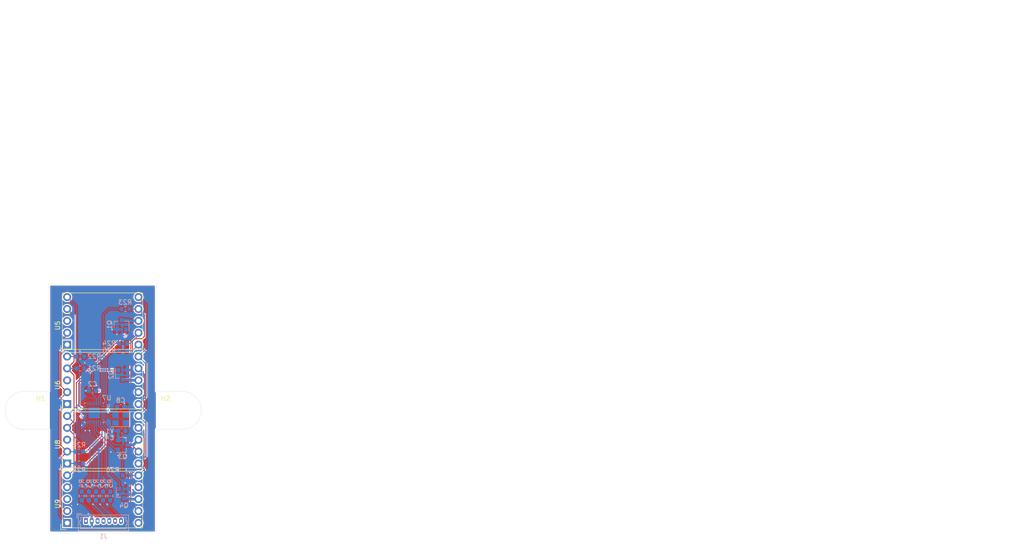
<source format=kicad_pcb>
(kicad_pcb (version 20171130) (host pcbnew 5.1.9-73d0e3b20d~88~ubuntu20.04.1)
  (title_block (title "4 X 7 segment SPI display") (date 2021-03-05) (rev A))
  (layers (0 F.Cu signal) (1 In1.Cu signal) (2 In2.Cu signal) (31 B.Cu signal) (34 B.Paste user) (35 F.Paste user) (36 B.SilkS user) (37 F.SilkS user) (38 B.Mask user) (39 F.Mask user) (44 Edge.Cuts user))
  (net 0 "")
  (net 1 GND)
  (net 2 VBAT)
  (net 3 "Net-(Q2-Pad3)")
  (net 4 "Net-(Q3-Pad3)")
  (net 5 "Net-(Q4-Pad3)")
  (net 6 "Net-(R21-Pad1)")
  (net 7 "Net-(R22-Pad1)")
  (net 8 "Net-(R23-Pad1)")
  (net 9 "Net-(R24-Pad1)")
  (net 10 "Net-(R25-Pad1)")
  (net 11 "Net-(R26-Pad1)")
  (net 12 "Net-(R27-Pad1)")
  (net 13 "Net-(U5-Pad3)")
  (net 14 "Net-(U8-Pad3)")
  (net 15 "Net-(R28-Pad1)")
  (net 16 "Net-(U6-Pad3)")
  (net 17 "Net-(U9-Pad3)")
  (net 18 "Net-(U7-Pad24)")
  (net 19 "Net-(U7-Pad23)")
  (net 20 AVR_ICSP_MISO)
  (net 21 AVR_ICSP_MOSI)
  (net 22 AVR_ICSP_SCK)
  (net 23 AVR_ICSP_nRST)
  (net 24 "Net-(U7-Pad22)")
  (net 25 "Net-(U7-Pad21)")
  (net 26 "Net-(Y1-Pad4)")
  (net 27 "Net-(Y1-Pad2)")
  (net 28 /display_en0)
  (net 29 /display_en1)
  (net 30 /segment_a)
  (net 31 /segment_b)
  (net 32 /segment_c)
  (net 33 /segment_d)
  (net 34 /segment_e)
  (net 35 /decimal_point)
  (net 36 /segment_g)
  (net 37 /segment_f)
  (net 38 /display_en2)
  (net 39 /display_en3)
  (net 40 /XTAL2)
  (net 41 /XTAL1)
  (net 42 "Net-(J1-Pad7)")
  (net 43 "Net-(J1-Pad6)")
  (net 44 "Net-(J1-Pad5)")
  (net 45 "Net-(J1-Pad4)")
  (net 46 "Net-(J1-Pad3)")
  (net 47 SPI_NSS)
  (net 48 "Net-(Q1-Pad3)")
  (module MountingHole:MountingHole_2.7mm (layer F.Cu) (at 145.1983 101.429)
    (fp_text reference H2 (at -3.5236 -2.54) (layer F.SilkS))
    (fp_text value MountingHole)
    (pad 1 np_thru_hole circle (at 0 0) (size 2.7 2.7) (drill 2.7) (layers *.Cu *.Mask))
  )
  (module MountingHole:MountingHole_2.7mm (layer F.Cu) (at 111.4487 101.429)
    (fp_text reference H1 (at 3.556 -2.54) (layer F.SilkS))
    (fp_text value MountingHole)
    (pad 1 np_thru_hole circle (at 0 0) (size 2.7 2.7) (drill 2.7) (layers *.Cu *.Mask))
  )
  (module Display_Kingbright:SC56-11GWA (layer F.Cu) (at 120.65 100.076 90)
    (fp_text reference U6 (at 4.064 -2.032 90) (layer F.SilkS))
    (fp_text value SC56-11GWA)
    (pad 10 thru_hole circle (at 0 15.24 180) (size 1.7 1.7) (drill 1) (layers *.Cu *.Mask) (net 34 /segment_e))
    (pad 9 thru_hole circle (at 2.54 15.24 180) (size 1.7 1.7) (drill 1) (layers *.Cu *.Mask) (net 33 /segment_d))
    (pad 8 thru_hole circle (at 5.08 15.24 180) (size 1.7 1.7) (drill 1) (layers *.Cu *.Mask) (net 3 "Net-(Q2-Pad3)"))
    (pad 7 thru_hole circle (at 7.62 15.24 180) (size 1.7 1.7) (drill 1) (layers *.Cu *.Mask) (net 32 /segment_c))
    (pad 6 thru_hole circle (at 10.16 15.24 180) (size 1.7 1.7) (drill 1) (layers *.Cu *.Mask) (net 35 /decimal_point))
    (pad 5 thru_hole circle (at 10.16 0 180) (size 1.7 1.7) (drill 1) (layers *.Cu *.Mask) (net 31 /segment_b))
    (pad 4 thru_hole circle (at 7.62 0 180) (size 1.7 1.7) (drill 1) (layers *.Cu *.Mask) (net 30 /segment_a))
    (pad 3 thru_hole circle (at 5.08 0 180) (size 1.7 1.7) (drill 1) (layers *.Cu *.Mask) (net 16 "Net-(U6-Pad3)"))
    (pad 2 thru_hole circle (at 2.54 0 180) (size 1.7 1.7) (drill 1) (layers *.Cu *.Mask) (net 37 /segment_f))
    (pad 1 thru_hole rect (at 0 0 180) (size 1.7 1.7) (drill 1) (layers *.Cu *.Mask) (net 36 /segment_g))
  )
  (module Package_TO_SOT_SMD:SOT-23 (layer B.Cu) (at 132.7847 119.209 270)
    (fp_text reference Q4 (at 2.54 0 180) (layer B.SilkS) (effects (justify mirror)))
    (fp_text value BSS316N)
    (pad 3 smd rect (at 1 0 270) (size 0.9 0.8) (layers B.Cu B.Paste B.Mask) (net 5 "Net-(Q4-Pad3)"))
    (pad 2 smd rect (at -1 -0.95 270) (size 0.9 0.8) (layers B.Cu B.Paste B.Mask) (net 1 GND))
    (pad 1 smd rect (at -1 0.95 270) (size 0.9 0.8) (layers B.Cu B.Paste B.Mask) (net 39 /display_en3))
  )
  (module Package_TO_SOT_SMD:SOT-23 (layer B.Cu) (at 132.5307 108.795)
    (fp_text reference Q3 (at 0 2.5) (layer B.SilkS) (effects (justify mirror)))
    (fp_text value BSS316N)
    (pad 3 smd rect (at 1 0) (size 0.9 0.8) (layers B.Cu B.Paste B.Mask) (net 4 "Net-(Q3-Pad3)"))
    (pad 2 smd rect (at -1 -0.95) (size 0.9 0.8) (layers B.Cu B.Paste B.Mask) (net 1 GND))
    (pad 1 smd rect (at -1 0.95) (size 0.9 0.8) (layers B.Cu B.Paste B.Mask) (net 38 /display_en2))
  )
  (module Package_TO_SOT_SMD:SOT-23 (layer B.Cu) (at 132.5307 93.809 270)
    (fp_text reference Q2 (at 0 2.5 90) (layer B.SilkS) (effects (justify mirror)))
    (fp_text value BSS316N)
    (pad 3 smd rect (at 1 0 270) (size 0.9 0.8) (layers B.Cu B.Paste B.Mask) (net 3 "Net-(Q2-Pad3)"))
    (pad 2 smd rect (at -1 -0.95 270) (size 0.9 0.8) (layers B.Cu B.Paste B.Mask) (net 1 GND))
    (pad 1 smd rect (at -1 0.95 270) (size 0.9 0.8) (layers B.Cu B.Paste B.Mask) (net 29 /display_en1))
  )
  (module Package_TO_SOT_SMD:SOT-23 (layer B.Cu) (at 132.2767 83.141 90)
    (fp_text reference Q1 (at 0 -2.54 90) (layer B.SilkS) (effects (justify mirror)))
    (fp_text value BSS316N)
    (pad 3 smd rect (at 1 0 90) (size 0.9 0.8) (layers B.Cu B.Paste B.Mask) (net 48 "Net-(Q1-Pad3)"))
    (pad 2 smd rect (at -1 -0.95 90) (size 0.9 0.8) (layers B.Cu B.Paste B.Mask) (net 1 GND))
    (pad 1 smd rect (at -1 0.95 90) (size 0.9 0.8) (layers B.Cu B.Paste B.Mask) (net 28 /display_en0))
  )
  (module Display_Kingbright:SC56-11GWA (layer F.Cu) (at 120.65 112.776 90)
    (fp_text reference U8 (at 4.064 -2.032 90) (layer F.SilkS))
    (fp_text value SC56-11GWA)
    (pad 10 thru_hole circle (at 0 15.24 180) (size 1.7 1.7) (drill 1) (layers *.Cu *.Mask) (net 34 /segment_e))
    (pad 9 thru_hole circle (at 2.54 15.24 180) (size 1.7 1.7) (drill 1) (layers *.Cu *.Mask) (net 33 /segment_d))
    (pad 8 thru_hole circle (at 5.08 15.24 180) (size 1.7 1.7) (drill 1) (layers *.Cu *.Mask) (net 4 "Net-(Q3-Pad3)"))
    (pad 7 thru_hole circle (at 7.62 15.24 180) (size 1.7 1.7) (drill 1) (layers *.Cu *.Mask) (net 32 /segment_c))
    (pad 6 thru_hole circle (at 10.16 15.24 180) (size 1.7 1.7) (drill 1) (layers *.Cu *.Mask) (net 35 /decimal_point))
    (pad 5 thru_hole circle (at 10.16 0 180) (size 1.7 1.7) (drill 1) (layers *.Cu *.Mask) (net 31 /segment_b))
    (pad 4 thru_hole circle (at 7.62 0 180) (size 1.7 1.7) (drill 1) (layers *.Cu *.Mask) (net 30 /segment_a))
    (pad 3 thru_hole circle (at 5.08 0 180) (size 1.7 1.7) (drill 1) (layers *.Cu *.Mask) (net 14 "Net-(U8-Pad3)"))
    (pad 2 thru_hole circle (at 2.54 0 180) (size 1.7 1.7) (drill 1) (layers *.Cu *.Mask) (net 37 /segment_f))
    (pad 1 thru_hole rect (at 0 0 180) (size 1.7 1.7) (drill 1) (layers *.Cu *.Mask) (net 36 /segment_g))
  )
  (module Display_Kingbright:SC56-11GWA (layer F.Cu) (at 120.65 125.476 90)
    (fp_text reference U9 (at 4.064 -2.032 90) (layer F.SilkS))
    (fp_text value SC56-11GWA)
    (pad 10 thru_hole circle (at 0 15.24 180) (size 1.7 1.7) (drill 1) (layers *.Cu *.Mask) (net 34 /segment_e))
    (pad 9 thru_hole circle (at 2.54 15.24 180) (size 1.7 1.7) (drill 1) (layers *.Cu *.Mask) (net 33 /segment_d))
    (pad 8 thru_hole circle (at 5.08 15.24 180) (size 1.7 1.7) (drill 1) (layers *.Cu *.Mask) (net 5 "Net-(Q4-Pad3)"))
    (pad 7 thru_hole circle (at 7.62 15.24 180) (size 1.7 1.7) (drill 1) (layers *.Cu *.Mask) (net 32 /segment_c))
    (pad 6 thru_hole circle (at 10.16 15.24 180) (size 1.7 1.7) (drill 1) (layers *.Cu *.Mask) (net 35 /decimal_point))
    (pad 5 thru_hole circle (at 10.16 0 180) (size 1.7 1.7) (drill 1) (layers *.Cu *.Mask) (net 31 /segment_b))
    (pad 4 thru_hole circle (at 7.62 0 180) (size 1.7 1.7) (drill 1) (layers *.Cu *.Mask) (net 30 /segment_a))
    (pad 3 thru_hole circle (at 5.08 0 180) (size 1.7 1.7) (drill 1) (layers *.Cu *.Mask) (net 17 "Net-(U9-Pad3)"))
    (pad 2 thru_hole circle (at 2.54 0 180) (size 1.7 1.7) (drill 1) (layers *.Cu *.Mask) (net 37 /segment_f))
    (pad 1 thru_hole rect (at 0 0 180) (size 1.7 1.7) (drill 1) (layers *.Cu *.Mask) (net 36 /segment_g))
  )
  (module Display_Kingbright:SC56-11GWA (layer F.Cu) (at 120.65 87.376 90)
    (fp_text reference U5 (at 4.064 -2.032 90) (layer F.SilkS))
    (fp_text value SC56-11GWA)
    (pad 10 thru_hole circle (at 0 15.24 180) (size 1.7 1.7) (drill 1) (layers *.Cu *.Mask) (net 34 /segment_e))
    (pad 9 thru_hole circle (at 2.54 15.24 180) (size 1.7 1.7) (drill 1) (layers *.Cu *.Mask) (net 33 /segment_d))
    (pad 8 thru_hole circle (at 5.08 15.24 180) (size 1.7 1.7) (drill 1) (layers *.Cu *.Mask) (net 48 "Net-(Q1-Pad3)"))
    (pad 7 thru_hole circle (at 7.62 15.24 180) (size 1.7 1.7) (drill 1) (layers *.Cu *.Mask) (net 32 /segment_c))
    (pad 6 thru_hole circle (at 10.16 15.24 180) (size 1.7 1.7) (drill 1) (layers *.Cu *.Mask) (net 35 /decimal_point))
    (pad 5 thru_hole circle (at 10.16 0 180) (size 1.7 1.7) (drill 1) (layers *.Cu *.Mask) (net 31 /segment_b))
    (pad 4 thru_hole circle (at 7.62 0 180) (size 1.7 1.7) (drill 1) (layers *.Cu *.Mask) (net 30 /segment_a))
    (pad 3 thru_hole circle (at 5.08 0 180) (size 1.7 1.7) (drill 1) (layers *.Cu *.Mask) (net 13 "Net-(U5-Pad3)"))
    (pad 2 thru_hole circle (at 2.54 0 180) (size 1.7 1.7) (drill 1) (layers *.Cu *.Mask) (net 37 /segment_f))
    (pad 1 thru_hole rect (at 0 0 180) (size 1.7 1.7) (drill 1) (layers *.Cu *.Mask) (net 36 /segment_g))
  )
  (module Resistor_SMD:R_0603_1608Metric_Pad0.98x0.95mm_HandSolder (layer B.Cu) (at 129.8637 119.717 270)
    (fp_text reference R5 (at -2.667 0 90) (layer B.SilkS) (effects (justify mirror)))
    (fp_text value 100)
    (pad 2 smd roundrect (at 0.9125 0 270) (size 0.975 0.95) (layers B.Cu B.Paste B.Mask) (net 42 "Net-(J1-Pad7)"))
    (pad 1 smd roundrect (at -0.9125 0 270) (size 0.975 0.95) (layers B.Cu B.Paste B.Mask) (net 47 SPI_NSS))
  )
  (module Connector_Molex:Molex_PicoBlade_53047-0710_1x07_P1.25mm_Vertical (layer B.Cu) (at 124.6567 125.051)
    (fp_text reference J1 (at 3.75 3.25) (layer B.SilkS) (effects (justify mirror)))
    (fp_text value Conn_01x07_Female)
    (pad 7 thru_hole oval (at 7.5 0) (size 0.8 1.3) (drill 0.5) (layers *.Cu *.Mask) (net 42 "Net-(J1-Pad7)"))
    (pad 6 thru_hole oval (at 6.25 0) (size 0.8 1.3) (drill 0.5) (layers *.Cu *.Mask) (net 43 "Net-(J1-Pad6)"))
    (pad 5 thru_hole oval (at 5 0) (size 0.8 1.3) (drill 0.5) (layers *.Cu *.Mask) (net 44 "Net-(J1-Pad5)"))
    (pad 4 thru_hole oval (at 3.75 0) (size 0.8 1.3) (drill 0.5) (layers *.Cu *.Mask) (net 45 "Net-(J1-Pad4)"))
    (pad 3 thru_hole oval (at 2.5 0) (size 0.8 1.3) (drill 0.5) (layers *.Cu *.Mask) (net 46 "Net-(J1-Pad3)"))
    (pad 2 thru_hole oval (at 1.25 0) (size 0.8 1.3) (drill 0.5) (layers *.Cu *.Mask) (net 1 GND))
    (pad 1 thru_hole roundrect (at 0 0) (size 0.8 1.3) (drill 0.5) (layers *.Cu *.Mask) (net 2 VBAT))
  )
  (module Crystal:Crystal_SMD_3225-4Pin_3.2x2.5mm (layer B.Cu) (at 132.08 103.251 180)
    (fp_text reference Y1 (at 2.3433 -2.623) (layer B.SilkS) (effects (justify mirror)))
    (fp_text value Crystal_GND24)
    (pad 4 smd rect (at -1.1 0.85 180) (size 1.4 1.2) (layers B.Cu B.Paste B.Mask) (net 26 "Net-(Y1-Pad4)"))
    (pad 3 smd rect (at 1.1 0.85 180) (size 1.4 1.2) (layers B.Cu B.Paste B.Mask) (net 41 /XTAL1))
    (pad 2 smd rect (at 1.1 -0.85 180) (size 1.4 1.2) (layers B.Cu B.Paste B.Mask) (net 27 "Net-(Y1-Pad2)"))
    (pad 1 smd rect (at -1.1 -0.85 180) (size 1.4 1.2) (layers B.Cu B.Paste B.Mask) (net 40 /XTAL2))
  )
  (module Package_DFN_QFN:QFN-28-1EP_4x4mm_P0.45mm_EP2.4x2.4mm (layer B.Cu) (at 126.4347 101.937 180)
    (fp_text reference U7 (at -2.667 3.175) (layer B.SilkS) (effects (justify mirror)))
    (fp_text value ATmega48P-20MMHR)
    (pad 29 smd rect (at 0 0 180) (size 2.4 2.4) (layers B.Cu B.Mask) (net 1 GND))
    (pad 28 smd custom (at -1.35 1.95 180) (size 0.179289 0.179289) (layers B.Cu B.Paste B.Mask) (net 8 "Net-(R23-Pad1)") (options (clearance outline) (anchor circle)) (primitives (gr_poly (pts (xy -0.0625 0.3375) (xy 0.0625 0.3375) (xy 0.0625 -0.3375) (xy 0.000888 -0.3375) (xy -0.0625 -0.274112)) (width 0.125))))
    (pad 27 smd roundrect (at -0.9 1.95 180) (size 0.25 0.8) (layers B.Cu B.Paste B.Mask) (net 7 "Net-(R22-Pad1)"))
    (pad 26 smd roundrect (at -0.45 1.95 180) (size 0.25 0.8) (layers B.Cu B.Paste B.Mask) (net 6 "Net-(R21-Pad1)"))
    (pad 25 smd roundrect (at 0 1.95 180) (size 0.25 0.8) (layers B.Cu B.Paste B.Mask) (net 23 AVR_ICSP_nRST))
    (pad 24 smd roundrect (at 0.45 1.95 180) (size 0.25 0.8) (layers B.Cu B.Paste B.Mask) (net 18 "Net-(U7-Pad24)"))
    (pad 23 smd roundrect (at 0.9 1.95 180) (size 0.25 0.8) (layers B.Cu B.Paste B.Mask) (net 19 "Net-(U7-Pad23)"))
    (pad 22 smd custom (at 1.35 1.95 180) (size 0.179289 0.179289) (layers B.Cu B.Paste B.Mask) (net 24 "Net-(U7-Pad22)") (options (clearance outline) (anchor circle)) (primitives (gr_poly (pts (xy -0.0625 0.3375) (xy 0.0625 0.3375) (xy 0.0625 -0.274112) (xy -0.000888 -0.3375) (xy -0.0625 -0.3375)) (width 0.125))))
    (pad 21 smd custom (at 1.95 1.35 180) (size 0.179289 0.179289) (layers B.Cu B.Paste B.Mask) (net 25 "Net-(U7-Pad21)") (options (clearance outline) (anchor circle)) (primitives (gr_poly (pts (xy -0.3375 -0.000888) (xy -0.274112 0.0625) (xy 0.3375 0.0625) (xy 0.3375 -0.0625) (xy -0.3375 -0.0625)) (width 0.125))))
    (pad 20 smd roundrect (at 1.95 0.9 180) (size 0.8 0.25) (layers B.Cu B.Paste B.Mask) (net 29 /display_en1))
    (pad 19 smd roundrect (at 1.95 0.45 180) (size 0.8 0.25) (layers B.Cu B.Paste B.Mask) (net 28 /display_en0))
    (pad 18 smd roundrect (at 1.95 0 180) (size 0.8 0.25) (layers B.Cu B.Paste B.Mask) (net 1 GND))
    (pad 17 smd roundrect (at 1.95 -0.45 180) (size 0.8 0.25) (layers B.Cu B.Paste B.Mask) (net 2 VBAT))
    (pad 16 smd roundrect (at 1.95 -0.9 180) (size 0.8 0.25) (layers B.Cu B.Paste B.Mask) (net 2 VBAT))
    (pad 15 smd custom (at 1.95 -1.35 180) (size 0.179289 0.179289) (layers B.Cu B.Paste B.Mask) (net 22 AVR_ICSP_SCK) (options (clearance outline) (anchor circle)) (primitives (gr_poly (pts (xy -0.3375 0.0625) (xy 0.3375 0.0625) (xy 0.3375 -0.0625) (xy -0.274112 -0.0625) (xy -0.3375 0.000888)) (width 0.125))))
    (pad 14 smd custom (at 1.35 -1.95 180) (size 0.179289 0.179289) (layers B.Cu B.Paste B.Mask) (net 20 AVR_ICSP_MISO) (options (clearance outline) (anchor circle)) (primitives (gr_poly (pts (xy -0.0625 0.3375) (xy -0.000888 0.3375) (xy 0.0625 0.274112) (xy 0.0625 -0.3375) (xy -0.0625 -0.3375)) (width 0.125))))
    (pad 13 smd roundrect (at 0.9 -1.95 180) (size 0.25 0.8) (layers B.Cu B.Paste B.Mask) (net 21 AVR_ICSP_MOSI))
    (pad 12 smd roundrect (at 0.45 -1.95 180) (size 0.25 0.8) (layers B.Cu B.Paste B.Mask) (net 47 SPI_NSS))
    (pad 11 smd roundrect (at 0 -1.95 180) (size 0.25 0.8) (layers B.Cu B.Paste B.Mask) (net 39 /display_en3))
    (pad 10 smd roundrect (at -0.45 -1.95 180) (size 0.25 0.8) (layers B.Cu B.Paste B.Mask) (net 38 /display_en2))
    (pad 9 smd roundrect (at -0.9 -1.95 180) (size 0.25 0.8) (layers B.Cu B.Paste B.Mask) (net 15 "Net-(R28-Pad1)"))
    (pad 8 smd custom (at -1.35 -1.95 180) (size 0.179289 0.179289) (layers B.Cu B.Paste B.Mask) (net 12 "Net-(R27-Pad1)") (options (clearance outline) (anchor circle)) (primitives (gr_poly (pts (xy -0.0625 0.274112) (xy 0.000888 0.3375) (xy 0.0625 0.3375) (xy 0.0625 -0.3375) (xy -0.0625 -0.3375)) (width 0.125))))
    (pad 7 smd custom (at -1.95 -1.35 180) (size 0.179289 0.179289) (layers B.Cu B.Paste B.Mask) (net 11 "Net-(R26-Pad1)") (options (clearance outline) (anchor circle)) (primitives (gr_poly (pts (xy -0.3375 0.0625) (xy 0.3375 0.0625) (xy 0.3375 0.000888) (xy 0.274112 -0.0625) (xy -0.3375 -0.0625)) (width 0.125))))
    (pad 6 smd roundrect (at -1.95 -0.9 180) (size 0.8 0.25) (layers B.Cu B.Paste B.Mask) (net 40 /XTAL2))
    (pad 5 smd roundrect (at -1.95 -0.45 180) (size 0.8 0.25) (layers B.Cu B.Paste B.Mask) (net 41 /XTAL1))
    (pad 4 smd roundrect (at -1.95 0 180) (size 0.8 0.25) (layers B.Cu B.Paste B.Mask) (net 1 GND))
    (pad 3 smd roundrect (at -1.95 0.45 180) (size 0.8 0.25) (layers B.Cu B.Paste B.Mask) (net 2 VBAT))
    (pad 2 smd roundrect (at -1.95 0.9 180) (size 0.8 0.25) (layers B.Cu B.Paste B.Mask) (net 10 "Net-(R25-Pad1)"))
    (pad 1 smd custom (at -1.95 1.35 180) (size 0.179289 0.179289) (layers B.Cu B.Paste B.Mask) (net 9 "Net-(R24-Pad1)") (options (clearance outline) (anchor circle)) (primitives (gr_poly (pts (xy -0.3375 0.0625) (xy 0.274112 0.0625) (xy 0.3375 -0.000888) (xy 0.3375 -0.0625) (xy -0.3375 -0.0625)) (width 0.125))))
  )
  (module Resistor_SMD:R_0603_1608Metric (layer B.Cu) (at 123.19 110.236 180)
    (fp_text reference R28 (at 0 1.43) (layer B.SilkS) (effects (justify mirror)))
    (fp_text value 220)
    (pad 2 smd roundrect (at 0.825 0 180) (size 0.8 0.95) (layers B.Cu B.Paste B.Mask) (net 37 /segment_f))
    (pad 1 smd roundrect (at -0.825 0 180) (size 0.8 0.95) (layers B.Cu B.Paste B.Mask) (net 15 "Net-(R28-Pad1)"))
  )
  (module Resistor_SMD:R_0603_1608Metric (layer B.Cu) (at 123.19 112.776 180)
    (fp_text reference R27 (at 0 -1.353) (layer B.SilkS) (effects (justify mirror)))
    (fp_text value 220)
    (pad 2 smd roundrect (at 0.825 0 180) (size 0.8 0.95) (layers B.Cu B.Paste B.Mask) (net 36 /segment_g))
    (pad 1 smd roundrect (at -0.825 0 180) (size 0.8 0.95) (layers B.Cu B.Paste B.Mask) (net 12 "Net-(R27-Pad1)"))
  )
  (module Resistor_SMD:R_0603_1608Metric (layer B.Cu) (at 133.35 115.316)
    (fp_text reference R26 (at -2.9783 -1.187) (layer B.SilkS) (effects (justify mirror)))
    (fp_text value 220)
    (pad 2 smd roundrect (at 0.825 0) (size 0.8 0.95) (layers B.Cu B.Paste B.Mask) (net 35 /decimal_point))
    (pad 1 smd roundrect (at -0.825 0) (size 0.8 0.95) (layers B.Cu B.Paste B.Mask) (net 11 "Net-(R26-Pad1)"))
  )
  (module Resistor_SMD:R_0603_1608Metric (layer B.Cu) (at 132.588 88.646)
    (fp_text reference R25 (at -2.9783 -0.044) (layer B.SilkS) (effects (justify mirror)))
    (fp_text value 220)
    (pad 2 smd roundrect (at 0.825 0) (size 0.8 0.95) (layers B.Cu B.Paste B.Mask) (net 34 /segment_e))
    (pad 1 smd roundrect (at -0.825 0) (size 0.8 0.95) (layers B.Cu B.Paste B.Mask) (net 10 "Net-(R25-Pad1)"))
  )
  (module Resistor_SMD:R_0603_1608Metric (layer B.Cu) (at 132.588 87.122)
    (fp_text reference R24 (at -2.9783 -0.044) (layer B.SilkS) (effects (justify mirror)))
    (fp_text value 220)
    (pad 2 smd roundrect (at 0.825 0) (size 0.8 0.95) (layers B.Cu B.Paste B.Mask) (net 33 /segment_d))
    (pad 1 smd roundrect (at -0.825 0) (size 0.8 0.95) (layers B.Cu B.Paste B.Mask) (net 9 "Net-(R24-Pad1)"))
  )
  (module Resistor_SMD:R_0603_1608Metric (layer B.Cu) (at 133.096 79.756)
    (fp_text reference R23 (at -0.0573 -1.441) (layer B.SilkS) (effects (justify mirror)))
    (fp_text value 220)
    (pad 2 smd roundrect (at 0.825 0) (size 0.8 0.95) (layers B.Cu B.Paste B.Mask) (net 32 /segment_c))
    (pad 1 smd roundrect (at -0.825 0) (size 0.8 0.95) (layers B.Cu B.Paste B.Mask) (net 8 "Net-(R23-Pad1)"))
  )
  (module Resistor_SMD:R_0603_1608Metric (layer B.Cu) (at 123.444 89.916 180)
    (fp_text reference R22 (at -2.9907 0.044) (layer B.SilkS) (effects (justify mirror)))
    (fp_text value 220)
    (pad 2 smd roundrect (at 0.825 0 180) (size 0.8 0.95) (layers B.Cu B.Paste B.Mask) (net 31 /segment_b))
    (pad 1 smd roundrect (at -0.825 0 180) (size 0.8 0.95) (layers B.Cu B.Paste B.Mask) (net 7 "Net-(R22-Pad1)"))
  )
  (module Resistor_SMD:R_0603_1608Metric (layer B.Cu) (at 123.444 92.456 180)
    (fp_text reference R21 (at -2.9907 0.044) (layer B.SilkS) (effects (justify mirror)))
    (fp_text value 220)
    (pad 2 smd roundrect (at 0.825 0 180) (size 0.8 0.95) (layers B.Cu B.Paste B.Mask) (net 30 /segment_a))
    (pad 1 smd roundrect (at -0.825 0 180) (size 0.8 0.95) (layers B.Cu B.Paste B.Mask) (net 6 "Net-(R21-Pad1)"))
  )
  (module Resistor_SMD:R_0603_1608Metric_Pad0.98x0.95mm_HandSolder (layer B.Cu) (at 123.7677 119.717 270)
    (fp_text reference R4 (at -2.667 0 90) (layer B.SilkS) (effects (justify mirror)))
    (fp_text value 100)
    (pad 2 smd roundrect (at 0.9125 0 270) (size 0.975 0.95) (layers B.Cu B.Paste B.Mask) (net 46 "Net-(J1-Pad3)"))
    (pad 1 smd roundrect (at -0.9125 0 270) (size 0.975 0.95) (layers B.Cu B.Paste B.Mask) (net 23 AVR_ICSP_nRST))
  )
  (module Resistor_SMD:R_0603_1608Metric_Pad0.98x0.95mm_HandSolder (layer B.Cu) (at 125.2917 119.717 270)
    (fp_text reference R3 (at -2.667 -0.127 90) (layer B.SilkS) (effects (justify mirror)))
    (fp_text value 100)
    (pad 2 smd roundrect (at 0.9125 0 270) (size 0.975 0.95) (layers B.Cu B.Paste B.Mask) (net 45 "Net-(J1-Pad4)"))
    (pad 1 smd roundrect (at -0.9125 0 270) (size 0.975 0.95) (layers B.Cu B.Paste B.Mask) (net 22 AVR_ICSP_SCK))
  )
  (module Resistor_SMD:R_0603_1608Metric_Pad0.98x0.95mm_HandSolder (layer B.Cu) (at 128.3397 119.717 270)
    (fp_text reference R2 (at -2.667 0 90) (layer B.SilkS) (effects (justify mirror)))
    (fp_text value 100)
    (pad 2 smd roundrect (at 0.9125 0 270) (size 0.975 0.95) (layers B.Cu B.Paste B.Mask) (net 43 "Net-(J1-Pad6)"))
    (pad 1 smd roundrect (at -0.9125 0 270) (size 0.975 0.95) (layers B.Cu B.Paste B.Mask) (net 21 AVR_ICSP_MOSI))
  )
  (module Resistor_SMD:R_0603_1608Metric_Pad0.98x0.95mm_HandSolder (layer B.Cu) (at 126.8157 119.717 270)
    (fp_text reference R1 (at -2.667 0 90) (layer B.SilkS) (effects (justify mirror)))
    (fp_text value 100)
    (pad 2 smd roundrect (at 0.9125 0 270) (size 0.975 0.95) (layers B.Cu B.Paste B.Mask) (net 44 "Net-(J1-Pad5)"))
    (pad 1 smd roundrect (at -0.9125 0 270) (size 0.975 0.95) (layers B.Cu B.Paste B.Mask) (net 20 AVR_ICSP_MISO))
  )
  (module Capacitor_SMD:C_0603_1608Metric (layer B.Cu) (at 132.08 100.711)
    (fp_text reference C8 (at 0 -1.441) (layer B.SilkS) (effects (justify mirror)))
    (fp_text value 16pF)
    (pad 2 smd roundrect (at 0.775 0) (size 0.9 0.95) (layers B.Cu B.Paste B.Mask) (net 1 GND))
    (pad 1 smd roundrect (at -0.775 0) (size 0.9 0.95) (layers B.Cu B.Paste B.Mask) (net 41 /XTAL1))
  )
  (module Capacitor_SMD:C_0603_1608Metric (layer B.Cu) (at 132.334 105.791 180)
    (fp_text reference C4 (at 2.5973 -1.48) (layer B.SilkS) (effects (justify mirror)))
    (fp_text value 16pF)
    (pad 2 smd roundrect (at 0.775 0 180) (size 0.9 0.95) (layers B.Cu B.Paste B.Mask) (net 1 GND))
    (pad 1 smd roundrect (at -0.775 0 180) (size 0.9 0.95) (layers B.Cu B.Paste B.Mask) (net 40 /XTAL2))
  )
  (module Capacitor_SMD:C_0603_1608Metric (layer B.Cu) (at 126.0537 97.238 180)
    (fp_text reference C2 (at 0 1.43) (layer B.SilkS) (effects (justify mirror)))
    (fp_text value 1uF)
    (pad 2 smd roundrect (at 0.775 0 180) (size 0.9 0.95) (layers B.Cu B.Paste B.Mask) (net 1 GND))
    (pad 1 smd roundrect (at -0.775 0 180) (size 0.9 0.95) (layers B.Cu B.Paste B.Mask) (net 2 VBAT))
  )
  (gr_circle (center 129.4827 100.413) (end 129.7327 100.413) (layer B.SilkS) (width 0.12))
  (gr_line (start 139.6427 127.591) (end 139.6427 105.493) (layer Edge.Cuts) (width 0.05))
  (gr_line (start 116.7827 127.591) (end 139.6427 127.591) (layer Edge.Cuts) (width 0.05))
  (gr_line (start 116.7827 105.493) (end 116.7827 127.591) (layer Edge.Cuts) (width 0.05))
  (gr_line (start 111.4487 105.493) (end 116.7827 105.493) (layer Edge.Cuts) (width 0.05))
  (gr_line (start 116.7827 97.365) (end 111.4487 97.365) (layer Edge.Cuts) (width 0.05))
  (gr_line (start 116.7827 74.505) (end 116.7827 97.365) (layer Edge.Cuts) (width 0.05))
  (gr_line (start 139.6427 74.505) (end 116.7827 74.505) (layer Edge.Cuts) (width 0.05))
  (gr_line (start 139.6427 74.759) (end 139.6427 74.505) (layer Edge.Cuts) (width 0.05))
  (gr_line (start 139.6427 97.365) (end 139.6427 74.759) (layer Edge.Cuts) (width 0.05))
  (gr_line (start 145.2307 105.493) (end 139.6427 105.493) (layer Edge.Cuts) (width 0.05))
  (gr_line (start 145.2307 97.365) (end 139.6427 97.365) (layer Edge.Cuts) (width 0.05))
  (gr_arc (start 145.2307 101.429) (end 145.2307 105.493) (angle -180) (layer Edge.Cuts) (width 0.05))
  (gr_arc (start 111.4487 101.429) (end 111.4487 97.365) (angle -180) (layer Edge.Cuts) (width 0.05))
  (via (at 121.6087 121.749) (size 0.4572) (drill 0.254) (layers F.Cu B.Cu) (net 1))
  (via (at 126.0537 117.304) (size 0.4572) (drill 0.254) (layers F.Cu B.Cu) (net 1))
  (via (at 129.1017 117.304) (size 0.4572) (drill 0.254) (layers F.Cu B.Cu) (net 1))
  (via (at 124.6567 117.304) (size 0.4572) (drill 0.254) (layers F.Cu B.Cu) (net 1))
  (via (at 124.6567 97.238) (size 0.4572) (drill 0.254) (layers F.Cu B.Cu) (net 1))
  (segment (start 125.2787 97.238) (end 124.6567 97.238) (width 0.2032) (layer B.Cu) (net 1))
  (via (at 123.6407 102.064) (size 0.4572) (drill 0.254) (layers F.Cu B.Cu) (net 1))
  (via (at 123.7677 104.604) (size 0.4572) (drill 0.254) (layers F.Cu B.Cu) (net 1))
  (via (at 125.4187 105.747) (size 0.4572) (drill 0.254) (layers F.Cu B.Cu) (net 1))
  (via (at 124.529688 105.747) (size 0.4572) (drill 0.254) (layers F.Cu B.Cu) (net 1))
  (segment (start 124.6567 117.304) (end 124.6567 116.429146) (width 0.127) (layer B.Cu) (net 1))
  (segment (start 124.6567 116.429146) (end 125.698111 115.387735) (width 0.127) (layer B.Cu) (net 1))
  (segment (start 122.904101 106.379423) (end 122.904101 102.800599) (width 0.127) (layer B.Cu) (net 1))
  (segment (start 122.904101 102.800599) (end 123.6407 102.064) (width 0.127) (layer B.Cu) (net 1))
  (segment (start 125.698111 115.387735) (end 125.698111 109.173433) (width 0.127) (layer B.Cu) (net 1))
  (segment (start 125.698111 109.173433) (end 122.904101 106.379423) (width 0.127) (layer B.Cu) (net 1))
  (segment (start 128.3847 101.937) (end 126.4347 101.937) (width 0.254) (layer B.Cu) (net 1))
  (segment (start 124.4847 101.937) (end 126.4347 101.937) (width 0.254) (layer B.Cu) (net 1))
  (segment (start 123.7677 101.937) (end 123.6407 102.064) (width 0.254) (layer B.Cu) (net 1))
  (segment (start 124.4847 101.937) (end 123.7677 101.937) (width 0.254) (layer B.Cu) (net 1))
  (via (at 129.36726 101.94249) (size 0.4572) (drill 0.254) (layers F.Cu B.Cu) (net 1))
  (segment (start 128.3847 101.937) (end 129.36177 101.937) (width 0.254) (layer B.Cu) (net 1))
  (segment (start 129.36177 101.937) (end 129.36726 101.94249) (width 0.254) (layer B.Cu) (net 1))
  (via (at 132.9117 99.905) (size 0.4572) (drill 0.254) (layers F.Cu B.Cu) (net 1))
  (segment (start 132.855 99.9617) (end 132.9117 99.905) (width 0.254) (layer B.Cu) (net 1))
  (segment (start 132.855 100.711) (end 132.855 99.9617) (width 0.254) (layer B.Cu) (net 1))
  (via (at 127.64121 117.304) (size 0.4572) (drill 0.254) (layers F.Cu B.Cu) (net 1))
  (segment (start 125.4187 106.523143) (end 125.4187 105.747) (width 0.127) (layer B.Cu) (net 1))
  (segment (start 128.187289 109.291732) (end 125.4187 106.523143) (width 0.127) (layer B.Cu) (net 1))
  (segment (start 129.1017 117.304) (end 129.1017 116.683146) (width 0.127) (layer B.Cu) (net 1))
  (segment (start 129.1017 116.683146) (end 128.187289 115.768735) (width 0.127) (layer B.Cu) (net 1))
  (segment (start 128.187289 115.768735) (end 128.187289 109.291732) (width 0.127) (layer B.Cu) (net 1))
  (segment (start 123.7677 106.45273) (end 123.7677 104.604) (width 0.127) (layer B.Cu) (net 1))
  (segment (start 126.46011 109.14514) (end 123.7677 106.45273) (width 0.127) (layer B.Cu) (net 1))
  (segment (start 126.46011 115.88159) (end 126.46011 109.14514) (width 0.127) (layer B.Cu) (net 1))
  (segment (start 126.0537 116.288) (end 126.46011 115.88159) (width 0.127) (layer B.Cu) (net 1))
  (segment (start 126.0537 117.304) (end 126.0537 116.288) (width 0.127) (layer B.Cu) (net 1))
  (segment (start 127.1967 109.091438) (end 124.529688 106.424426) (width 0.127) (layer B.Cu) (net 1))
  (segment (start 124.529688 106.424426) (end 124.529688 105.747) (width 0.127) (layer B.Cu) (net 1))
  (segment (start 127.1967 116.161) (end 127.1967 109.091438) (width 0.127) (layer B.Cu) (net 1))
  (segment (start 127.64121 116.60551) (end 127.1967 116.161) (width 0.127) (layer B.Cu) (net 1))
  (segment (start 127.64121 117.304) (end 127.64121 116.60551) (width 0.127) (layer B.Cu) (net 1))
  (via (at 130.2447 106.001) (size 0.4572) (drill 0.254) (layers F.Cu B.Cu) (net 1))
  (via (at 130.2447 107.017) (size 0.4572) (drill 0.254) (layers F.Cu B.Cu) (net 1))
  (via (at 133.0387 107.271) (size 0.4572) (drill 0.254) (layers F.Cu B.Cu) (net 1))
  (via (at 129.9907 110.319) (size 0.4572) (drill 0.254) (layers F.Cu B.Cu) (net 1))
  (via (at 131.5147 111.081) (size 0.4572) (drill 0.254) (layers F.Cu B.Cu) (net 1))
  (via (at 131.5147 114.129) (size 0.4572) (drill 0.254) (layers F.Cu B.Cu) (net 1))
  (via (at 129.9907 113.621) (size 0.4572) (drill 0.254) (layers F.Cu B.Cu) (net 1))
  (via (at 133.2927 114.129) (size 0.4572) (drill 0.254) (layers F.Cu B.Cu) (net 1))
  (via (at 133.2927 111.081) (size 0.4572) (drill 0.254) (layers F.Cu B.Cu) (net 1))
  (via (at 133.0387 116.923) (size 0.4572) (drill 0.254) (layers F.Cu B.Cu) (net 1))
  (via (at 131.5147 119.463) (size 0.4572) (drill 0.254) (layers F.Cu B.Cu) (net 1))
  (via (at 127.7047 121.495) (size 0.4572) (drill 0.254) (layers F.Cu B.Cu) (net 1))
  (via (at 126.1807 121.495) (size 0.4572) (drill 0.254) (layers F.Cu B.Cu) (net 1))
  (via (at 129.2287 121.495) (size 0.4572) (drill 0.254) (layers F.Cu B.Cu) (net 1))
  (via (at 122.8787 121.495) (size 0.4572) (drill 0.254) (layers F.Cu B.Cu) (net 1))
  (via (at 125.1647 123.527) (size 0.4572) (drill 0.254) (layers F.Cu B.Cu) (net 1))
  (via (at 125.9267 126.321) (size 0.4572) (drill 0.254) (layers F.Cu B.Cu) (net 1))
  (via (at 126.9427 96.095) (size 0.4572) (drill 0.254) (layers F.Cu B.Cu) (net 1))
  (via (at 124.4027 91.269) (size 0.4572) (drill 0.254) (layers F.Cu B.Cu) (net 1))
  (via (at 123.3867 88.729) (size 0.4572) (drill 0.254) (layers F.Cu B.Cu) (net 1))
  (via (at 131.2607 85.173) (size 0.4572) (drill 0.254) (layers F.Cu B.Cu) (net 1))
  (via (at 130.2447 84.157) (size 0.4572) (drill 0.254) (layers F.Cu B.Cu) (net 1))
  (via (at 127.4507 97.238) (size 0.4572) (drill 0.254) (layers F.Cu B.Cu) (net 2))
  (segment (start 126.8287 97.238) (end 127.4507 97.238) (width 0.2032) (layer B.Cu) (net 2))
  (via (at 123.7677 102.699) (size 0.4572) (drill 0.254) (layers F.Cu B.Cu) (net 2))
  (via (at 129.3557 101.327387) (size 0.4572) (drill 0.254) (layers F.Cu B.Cu) (net 2))
  (segment (start 124.4847 102.837) (end 124.4847 102.387) (width 0.254) (layer B.Cu) (net 2))
  (segment (start 123.9057 102.837) (end 123.7677 102.699) (width 0.254) (layer B.Cu) (net 2))
  (segment (start 124.4847 102.837) (end 123.9057 102.837) (width 0.254) (layer B.Cu) (net 2))
  (segment (start 129.083556 101.487) (end 129.122068 101.448488) (width 0.254) (layer B.Cu) (net 2))
  (segment (start 129.234599 101.448488) (end 129.3557 101.327387) (width 0.254) (layer B.Cu) (net 2))
  (segment (start 128.3847 101.487) (end 129.083556 101.487) (width 0.254) (layer B.Cu) (net 2))
  (segment (start 129.122068 101.448488) (end 129.234599 101.448488) (width 0.254) (layer B.Cu) (net 2))
  (segment (start 132.5307 94.809) (end 133.7847 94.809) (width 0.6096) (layer B.Cu) (net 3))
  (segment (start 133.9717 94.996) (end 135.89 94.996) (width 0.6096) (layer B.Cu) (net 3))
  (segment (start 133.7847 94.809) (end 133.9717 94.996) (width 0.6096) (layer B.Cu) (net 3))
  (segment (start 133.5307 108.795) (end 134.8167 108.795) (width 0.6096) (layer B.Cu) (net 4))
  (segment (start 135.89 107.7217) (end 135.89 107.696) (width 0.6096) (layer B.Cu) (net 4))
  (segment (start 134.8167 108.795) (end 135.89 107.7217) (width 0.6096) (layer B.Cu) (net 4))
  (segment (start 133.9717 120.396) (end 133.7847 120.209) (width 0.6096) (layer B.Cu) (net 5))
  (segment (start 135.89 120.396) (end 133.9717 120.396) (width 0.6096) (layer B.Cu) (net 5))
  (segment (start 132.7847 120.209) (end 133.7847 120.209) (width 0.6096) (layer B.Cu) (net 5))
  (segment (start 126.8847 99.987) (end 126.8847 98.831) (width 0.2032) (layer B.Cu) (net 6))
  (segment (start 126.8847 98.831) (end 126.0537 98) (width 0.2032) (layer B.Cu) (net 6))
  (segment (start 126.0537 98) (end 126.0537 93.555) (width 0.2032) (layer B.Cu) (net 6))
  (segment (start 124.9547 92.456) (end 124.269 92.456) (width 0.2032) (layer B.Cu) (net 6))
  (segment (start 126.0537 93.555) (end 124.9547 92.456) (width 0.2032) (layer B.Cu) (net 6))
  (segment (start 127.3347 99.987) (end 127.3347 98.497) (width 0.2032) (layer B.Cu) (net 7))
  (segment (start 127.3347 98.497) (end 127.9587 97.873) (width 0.2032) (layer B.Cu) (net 7))
  (segment (start 127.9587 97.873) (end 127.9587 91.777) (width 0.2032) (layer B.Cu) (net 7))
  (segment (start 126.0977 89.916) (end 124.269 89.916) (width 0.2032) (layer B.Cu) (net 7))
  (segment (start 127.9587 91.777) (end 126.0977 89.916) (width 0.2032) (layer B.Cu) (net 7))
  (segment (start 129.5657 79.756) (end 132.271 79.756) (width 0.2032) (layer B.Cu) (net 8))
  (segment (start 128.3397 98.127) (end 128.3397 80.982) (width 0.2032) (layer B.Cu) (net 8))
  (segment (start 127.7847 98.682) (end 128.3397 98.127) (width 0.2032) (layer B.Cu) (net 8))
  (segment (start 128.3397 80.982) (end 129.5657 79.756) (width 0.2032) (layer B.Cu) (net 8))
  (segment (start 127.7847 99.987) (end 127.7847 98.682) (width 0.2032) (layer B.Cu) (net 8))
  (segment (start 130.78185 87.122) (end 131.763 87.122) (width 0.2032) (layer B.Cu) (net 9))
  (segment (start 128.695311 89.208539) (end 130.78185 87.122) (width 0.2032) (layer B.Cu) (net 9))
  (segment (start 128.3847 100.063222) (end 128.695311 99.752611) (width 0.2032) (layer B.Cu) (net 9))
  (segment (start 128.3847 100.587) (end 128.3847 100.063222) (width 0.2032) (layer B.Cu) (net 9))
  (segment (start 128.695311 99.752611) (end 128.695311 89.208539) (width 0.2032) (layer B.Cu) (net 9))
  (segment (start 128.8587 101.037) (end 128.3847 101.037) (width 0.2032) (layer B.Cu) (net 10))
  (segment (start 129.050922 100.844778) (end 128.8587 101.037) (width 0.2032) (layer B.Cu) (net 10))
  (segment (start 129.050922 90.049778) (end 129.050922 100.844778) (width 0.2032) (layer B.Cu) (net 10))
  (segment (start 130.4547 88.646) (end 129.050922 90.049778) (width 0.2032) (layer B.Cu) (net 10))
  (segment (start 131.763 88.646) (end 130.4547 88.646) (width 0.2032) (layer B.Cu) (net 10))
  (segment (start 132.525 109.432098) (end 131.887902 108.795) (width 0.2032) (layer B.Cu) (net 11))
  (segment (start 132.525 115.316) (end 132.525 109.432098) (width 0.2032) (layer B.Cu) (net 11))
  (segment (start 131.887902 108.795) (end 130.7527 108.795) (width 0.2032) (layer B.Cu) (net 11))
  (segment (start 130.7527 108.795) (end 129.2287 107.271) (width 0.2032) (layer B.Cu) (net 11))
  (segment (start 129.2287 107.271) (end 129.2287 105.239) (width 0.2032) (layer B.Cu) (net 11))
  (segment (start 128.3847 104.395) (end 128.3847 103.287) (width 0.2032) (layer B.Cu) (net 11))
  (segment (start 129.2287 105.239) (end 128.3847 104.395) (width 0.2032) (layer B.Cu) (net 11))
  (via (at 124.7837 112.859) (size 0.4572) (drill 0.254) (layers F.Cu B.Cu) (net 12))
  (via (at 128.7207 106.636) (size 0.4572) (drill 0.254) (layers F.Cu B.Cu) (net 12))
  (segment (start 128.7207 108.922) (end 124.7837 112.859) (width 0.2032) (layer F.Cu) (net 12))
  (segment (start 128.7207 106.636) (end 128.7207 108.922) (width 0.2032) (layer F.Cu) (net 12))
  (segment (start 124.098 112.859) (end 124.015 112.776) (width 0.2032) (layer B.Cu) (net 12))
  (segment (start 124.7837 112.859) (end 124.098 112.859) (width 0.2032) (layer B.Cu) (net 12))
  (segment (start 127.7847 103.887) (end 127.7847 104.557) (width 0.2032) (layer B.Cu) (net 12))
  (segment (start 128.7207 105.493) (end 128.7207 106.636) (width 0.2032) (layer B.Cu) (net 12))
  (segment (start 127.7847 104.557) (end 128.7207 105.493) (width 0.2032) (layer B.Cu) (net 12))
  (via (at 128.106912 106.233788) (size 0.4572) (drill 0.254) (layers F.Cu B.Cu) (net 15))
  (segment (start 127.3347 104.784288) (end 127.3347 103.887) (width 0.2032) (layer B.Cu) (net 15))
  (segment (start 128.106912 105.5565) (end 127.3347 104.784288) (width 0.2032) (layer B.Cu) (net 15))
  (segment (start 128.106912 106.233788) (end 128.106912 105.5565) (width 0.2032) (layer B.Cu) (net 15))
  (via (at 124.9107 110.065) (size 0.4572) (drill 0.254) (layers F.Cu B.Cu) (net 15))
  (segment (start 124.7397 110.236) (end 124.9107 110.065) (width 0.2032) (layer B.Cu) (net 15))
  (segment (start 124.015 110.236) (end 124.7397 110.236) (width 0.2032) (layer B.Cu) (net 15))
  (segment (start 128.106912 106.233788) (end 128.106912 106.868788) (width 0.2032) (layer F.Cu) (net 15))
  (segment (start 128.106912 106.868788) (end 124.9107 110.065) (width 0.2032) (layer F.Cu) (net 15))
  (segment (start 126.8157 109.105584) (end 126.8157 118.8045) (width 0.127) (layer B.Cu) (net 20))
  (segment (start 124.085186 106.37507) (end 126.8157 109.105584) (width 0.127) (layer B.Cu) (net 20))
  (segment (start 124.085186 105.556514) (end 124.085186 106.37507) (width 0.127) (layer B.Cu) (net 20))
  (segment (start 125.0847 104.557) (end 124.085186 105.556514) (width 0.127) (layer B.Cu) (net 20))
  (segment (start 125.0847 103.887) (end 125.0847 104.557) (width 0.127) (layer B.Cu) (net 20))
  (segment (start 127.907878 109.40747) (end 127.907878 116.194897) (width 0.127) (layer B.Cu) (net 21))
  (segment (start 124.974198 106.47379) (end 127.907878 109.40747) (width 0.127) (layer B.Cu) (net 21))
  (segment (start 128.3397 116.626719) (end 128.3397 118.8045) (width 0.127) (layer B.Cu) (net 21))
  (segment (start 125.5347 104.973136) (end 124.974198 105.533638) (width 0.127) (layer B.Cu) (net 21))
  (segment (start 127.907878 116.194897) (end 128.3397 116.626719) (width 0.127) (layer B.Cu) (net 21))
  (segment (start 125.5347 103.887) (end 125.5347 104.973136) (width 0.127) (layer B.Cu) (net 21))
  (segment (start 124.974198 105.533638) (end 124.974198 106.47379) (width 0.127) (layer B.Cu) (net 21))
  (segment (start 123.2597 103.842) (end 123.8147 103.287) (width 0.127) (layer B.Cu) (net 22))
  (segment (start 123.2597 106.339876) (end 123.2597 103.842) (width 0.127) (layer B.Cu) (net 22))
  (segment (start 126.1807 109.260876) (end 123.2597 106.339876) (width 0.127) (layer B.Cu) (net 22))
  (segment (start 126.1807 115.427288) (end 126.1807 109.260876) (width 0.127) (layer B.Cu) (net 22))
  (segment (start 123.8147 103.287) (end 124.4847 103.287) (width 0.127) (layer B.Cu) (net 22))
  (segment (start 125.2917 116.316288) (end 126.1807 115.427288) (width 0.127) (layer B.Cu) (net 22))
  (segment (start 125.2917 118.8045) (end 125.2917 116.316288) (width 0.127) (layer B.Cu) (net 22))
  (segment (start 126.1807 98.762) (end 126.4347 99.016) (width 0.127) (layer B.Cu) (net 23))
  (segment (start 122.6247 106.509) (end 122.6247 101.048) (width 0.127) (layer B.Cu) (net 23))
  (segment (start 124.9107 98.762) (end 126.1807 98.762) (width 0.127) (layer B.Cu) (net 23))
  (segment (start 123.7677 118.8045) (end 123.7677 116.923) (width 0.127) (layer B.Cu) (net 23))
  (segment (start 126.4347 99.016) (end 126.4347 99.987) (width 0.127) (layer B.Cu) (net 23))
  (segment (start 123.7677 116.923) (end 125.4187 115.272) (width 0.127) (layer B.Cu) (net 23))
  (segment (start 122.6247 101.048) (end 124.9107 98.762) (width 0.127) (layer B.Cu) (net 23))
  (segment (start 125.4187 115.272) (end 125.4187 109.303) (width 0.127) (layer B.Cu) (net 23))
  (segment (start 125.4187 109.303) (end 122.6247 106.509) (width 0.127) (layer B.Cu) (net 23))
  (via (at 123.1327 101.429) (size 0.4572) (drill 0.254) (layers F.Cu B.Cu) (net 28))
  (segment (start 123.1907 101.487) (end 123.1327 101.429) (width 0.2032) (layer B.Cu) (net 28))
  (segment (start 124.4847 101.487) (end 123.1907 101.487) (width 0.2032) (layer B.Cu) (net 28))
  (via (at 133.0387 85.427) (size 0.4572) (drill 0.254) (layers F.Cu B.Cu) (net 28))
  (segment (start 133.2267 84.141) (end 133.2267 85.239) (width 0.2032) (layer B.Cu) (net 28))
  (segment (start 133.2267 85.239) (end 133.0387 85.427) (width 0.2032) (layer B.Cu) (net 28))
  (segment (start 123.1327 101.429) (end 122.6247 100.921) (width 0.2032) (layer F.Cu) (net 28))
  (segment (start 122.6247 100.921) (end 122.6247 95.517711) (width 0.2032) (layer F.Cu) (net 28))
  (segment (start 122.6247 95.517711) (end 132.715411 85.427) (width 0.2032) (layer F.Cu) (net 28))
  (segment (start 132.715411 85.427) (end 133.0387 85.427) (width 0.2032) (layer F.Cu) (net 28))
  (via (at 123.6407 100.921) (size 0.4572) (drill 0.254) (layers F.Cu B.Cu) (net 29))
  (segment (start 123.7567 101.037) (end 123.6407 100.921) (width 0.2032) (layer B.Cu) (net 29))
  (segment (start 124.4847 101.037) (end 123.7567 101.037) (width 0.2032) (layer B.Cu) (net 29))
  (segment (start 123.6407 100.921) (end 123.1327 100.413) (width 0.2032) (layer F.Cu) (net 29))
  (segment (start 123.1327 100.413) (end 123.1327 95.587) (width 0.2032) (layer F.Cu) (net 29))
  (via (at 130.2447 92.793) (size 0.4572) (drill 0.254) (layers F.Cu B.Cu) (net 29))
  (segment (start 125.9267 92.793) (end 130.2447 92.793) (width 0.2032) (layer F.Cu) (net 29))
  (segment (start 123.1327 95.587) (end 125.9267 92.793) (width 0.2032) (layer F.Cu) (net 29))
  (segment (start 131.5647 92.793) (end 131.5807 92.809) (width 0.2032) (layer B.Cu) (net 29))
  (segment (start 130.2447 92.793) (end 131.5647 92.793) (width 0.2032) (layer B.Cu) (net 29))
  (segment (start 122.619 92.456) (end 120.65 92.456) (width 0.2032) (layer B.Cu) (net 30))
  (segment (start 122.1167 106.6227) (end 120.65 105.156) (width 0.2032) (layer F.Cu) (net 30))
  (segment (start 122.1167 116.3893) (end 122.1167 106.6227) (width 0.2032) (layer F.Cu) (net 30))
  (segment (start 120.65 117.856) (end 122.1167 116.3893) (width 0.2032) (layer F.Cu) (net 30))
  (segment (start 122.1167 93.9227) (end 120.65 92.456) (width 0.2032) (layer F.Cu) (net 30))
  (segment (start 122.1167 103.6893) (end 122.1167 93.9227) (width 0.2032) (layer F.Cu) (net 30))
  (segment (start 120.65 105.156) (end 122.1167 103.6893) (width 0.2032) (layer F.Cu) (net 30))
  (segment (start 122.1167 81.2227) (end 120.65 79.756) (width 0.2032) (layer F.Cu) (net 30))
  (segment (start 122.1167 90.9893) (end 122.1167 81.2227) (width 0.2032) (layer F.Cu) (net 30))
  (segment (start 120.65 92.456) (end 122.1167 90.9893) (width 0.2032) (layer F.Cu) (net 30))
  (segment (start 122.619 89.916) (end 120.65 89.916) (width 0.2032) (layer B.Cu) (net 31))
  (segment (start 121.499999 101.766001) (end 120.65 102.616) (width 0.2032) (layer B.Cu) (net 31))
  (segment (start 121.499999 101.723673) (end 121.499999 101.766001) (width 0.2032) (layer B.Cu) (net 31))
  (segment (start 123.27301 99.950662) (end 121.499999 101.723673) (width 0.2032) (layer B.Cu) (net 31))
  (segment (start 120.942068 115.316) (end 120.65 115.316) (width 0.2032) (layer B.Cu) (net 31))
  (segment (start 123.1327 108.033) (end 123.1327 113.125368) (width 0.2032) (layer B.Cu) (net 31))
  (segment (start 122.1167 107.017) (end 123.1327 108.033) (width 0.2032) (layer B.Cu) (net 31))
  (segment (start 123.1327 113.125368) (end 120.942068 115.316) (width 0.2032) (layer B.Cu) (net 31))
  (segment (start 122.1167 104.0827) (end 122.1167 107.017) (width 0.2032) (layer B.Cu) (net 31))
  (segment (start 120.65 102.616) (end 122.1167 104.0827) (width 0.2032) (layer B.Cu) (net 31))
  (segment (start 122.619 90.85568) (end 123.27301 91.50969) (width 0.2032) (layer B.Cu) (net 31))
  (segment (start 122.619 89.916) (end 122.619 90.85568) (width 0.2032) (layer B.Cu) (net 31))
  (segment (start 123.27301 91.50969) (end 123.27301 99.950662) (width 0.2032) (layer B.Cu) (net 31))
  (segment (start 122.619 87.059) (end 122.619 89.916) (width 0.2032) (layer B.Cu) (net 31))
  (segment (start 122.619 79.185) (end 122.619 87.059) (width 0.2032) (layer B.Cu) (net 31))
  (segment (start 120.65 77.216) (end 122.619 79.185) (width 0.2032) (layer B.Cu) (net 31))
  (segment (start 133.921 79.756) (end 135.89 79.756) (width 0.2032) (layer B.Cu) (net 32))
  (segment (start 137.16 85.598) (end 137.16 81.026) (width 0.2032) (layer F.Cu) (net 32))
  (segment (start 136.652 86.106) (end 137.16 85.598) (width 0.2032) (layer F.Cu) (net 32))
  (segment (start 135.128 86.106) (end 136.652 86.106) (width 0.2032) (layer F.Cu) (net 32))
  (segment (start 137.16 81.026) (end 135.89 79.756) (width 0.2032) (layer F.Cu) (net 32))
  (segment (start 134.62 86.614) (end 135.128 86.106) (width 0.2032) (layer F.Cu) (net 32))
  (segment (start 134.62 91.186) (end 134.62 86.614) (width 0.2032) (layer F.Cu) (net 32))
  (segment (start 135.89 92.456) (end 134.62 91.186) (width 0.2032) (layer F.Cu) (net 32))
  (segment (start 137.16 98.328792) (end 136.682792 98.806) (width 0.2032) (layer F.Cu) (net 32))
  (segment (start 134.62 99.334608) (end 134.62 103.886) (width 0.2032) (layer F.Cu) (net 32))
  (segment (start 135.89 92.456) (end 137.16 93.726) (width 0.2032) (layer F.Cu) (net 32))
  (segment (start 137.16 93.726) (end 137.16 98.328792) (width 0.2032) (layer F.Cu) (net 32))
  (segment (start 136.682792 98.806) (end 135.148608 98.806) (width 0.2032) (layer F.Cu) (net 32))
  (segment (start 135.148608 98.806) (end 134.62 99.334608) (width 0.2032) (layer F.Cu) (net 32))
  (segment (start 134.62 103.886) (end 135.89 105.156) (width 0.2032) (layer F.Cu) (net 32))
  (segment (start 134.5627 112.0713) (end 134.5627 116.5287) (width 0.2032) (layer F.Cu) (net 32))
  (segment (start 135.128 111.506) (end 134.5627 112.0713) (width 0.2032) (layer F.Cu) (net 32))
  (segment (start 136.652 111.506) (end 135.128 111.506) (width 0.2032) (layer F.Cu) (net 32))
  (segment (start 137.1027 111.0553) (end 136.652 111.506) (width 0.2032) (layer F.Cu) (net 32))
  (segment (start 137.1027 106.3687) (end 137.1027 111.0553) (width 0.2032) (layer F.Cu) (net 32))
  (segment (start 134.5627 116.5287) (end 135.89 117.856) (width 0.2032) (layer F.Cu) (net 32))
  (segment (start 135.89 105.156) (end 137.1027 106.3687) (width 0.2032) (layer F.Cu) (net 32))
  (segment (start 133.413 87.122) (end 134.112 87.122) (width 0.2032) (layer B.Cu) (net 33))
  (segment (start 135.89 85.344) (end 135.89 84.836) (width 0.2032) (layer B.Cu) (net 33))
  (segment (start 134.112 87.122) (end 135.89 85.344) (width 0.2032) (layer B.Cu) (net 33))
  (segment (start 135.89 84.836) (end 134.264389 86.461611) (width 0.2032) (layer F.Cu) (net 33))
  (segment (start 134.264389 86.461611) (end 134.264389 95.910389) (width 0.2032) (layer F.Cu) (net 33))
  (segment (start 134.264389 95.910389) (end 135.89 97.536) (width 0.2032) (layer F.Cu) (net 33))
  (segment (start 134.207089 121.253089) (end 134.207089 111.918911) (width 0.2032) (layer F.Cu) (net 33))
  (segment (start 135.89 122.936) (end 134.207089 121.253089) (width 0.2032) (layer F.Cu) (net 33))
  (segment (start 134.207089 111.918911) (end 135.89 110.236) (width 0.2032) (layer F.Cu) (net 33))
  (segment (start 134.264389 99.187311) (end 135.89 97.5617) (width 0.2032) (layer F.Cu) (net 33))
  (segment (start 134.264389 108.610389) (end 134.264389 99.187311) (width 0.2032) (layer F.Cu) (net 33))
  (segment (start 135.89 97.5617) (end 135.89 97.536) (width 0.2032) (layer F.Cu) (net 33))
  (segment (start 135.89 110.236) (end 134.264389 108.610389) (width 0.2032) (layer F.Cu) (net 33))
  (segment (start 134.62 88.646) (end 135.89 87.376) (width 0.2032) (layer B.Cu) (net 34))
  (segment (start 133.413 88.646) (end 134.62 88.646) (width 0.2032) (layer B.Cu) (net 34))
  (segment (start 137.16 114.046) (end 135.89 112.776) (width 0.2032) (layer F.Cu) (net 34))
  (segment (start 137.16 124.206) (end 137.16 114.046) (width 0.2032) (layer F.Cu) (net 34))
  (segment (start 135.89 125.476) (end 137.16 124.206) (width 0.2032) (layer F.Cu) (net 34))
  (segment (start 135.9157 100.076) (end 135.89 100.076) (width 0.2032) (layer F.Cu) (net 34))
  (segment (start 137.515611 98.476089) (end 135.9157 100.076) (width 0.2032) (layer F.Cu) (net 34))
  (segment (start 135.89 87.376) (end 137.515611 89.001611) (width 0.2032) (layer F.Cu) (net 34))
  (segment (start 137.515611 89.001611) (end 137.515611 98.476089) (width 0.2032) (layer F.Cu) (net 34))
  (segment (start 137.458311 111.207689) (end 137.458311 101.644311) (width 0.2032) (layer F.Cu) (net 34))
  (segment (start 135.89 112.776) (end 137.458311 111.207689) (width 0.2032) (layer F.Cu) (net 34))
  (segment (start 137.458311 101.644311) (end 135.89 100.076) (width 0.2032) (layer F.Cu) (net 34))
  (segment (start 135.89 115.316) (end 134.175 115.316) (width 0.2032) (layer B.Cu) (net 35))
  (segment (start 135.89 89.916) (end 137.414 91.44) (width 0.2032) (layer B.Cu) (net 35))
  (segment (start 137.414 101.092) (end 135.89 102.616) (width 0.2032) (layer B.Cu) (net 35))
  (segment (start 137.414 91.44) (end 137.414 101.092) (width 0.2032) (layer B.Cu) (net 35))
  (segment (start 135.89 102.616) (end 137.515611 104.241611) (width 0.2032) (layer B.Cu) (net 35))
  (segment (start 137.515611 113.690389) (end 135.89 115.316) (width 0.2032) (layer B.Cu) (net 35))
  (segment (start 137.515611 104.241611) (end 137.515611 113.690389) (width 0.2032) (layer B.Cu) (net 35))
  (segment (start 137.515611 78.841611) (end 137.515611 88.290389) (width 0.2032) (layer B.Cu) (net 35))
  (segment (start 135.89 77.216) (end 137.515611 78.841611) (width 0.2032) (layer B.Cu) (net 35))
  (segment (start 137.515611 88.290389) (end 135.89 89.916) (width 0.2032) (layer B.Cu) (net 35))
  (segment (start 122.365 112.776) (end 120.65 112.776) (width 0.2032) (layer B.Cu) (net 36))
  (segment (start 119.024391 114.401609) (end 120.65 112.776) (width 0.2032) (layer B.Cu) (net 36))
  (segment (start 120.65 125.476) (end 119.024391 123.850391) (width 0.2032) (layer B.Cu) (net 36))
  (segment (start 119.024391 123.850391) (end 119.024391 114.401609) (width 0.2032) (layer B.Cu) (net 36))
  (segment (start 119.0687 101.6573) (end 120.65 100.076) (width 0.2032) (layer B.Cu) (net 36))
  (segment (start 119.0687 111.1947) (end 119.0687 101.6573) (width 0.2032) (layer B.Cu) (net 36))
  (segment (start 120.65 112.776) (end 119.0687 111.1947) (width 0.2032) (layer B.Cu) (net 36))
  (segment (start 119.0687 88.9573) (end 120.65 87.376) (width 0.2032) (layer B.Cu) (net 36))
  (segment (start 119.0687 98.4947) (end 119.0687 88.9573) (width 0.2032) (layer B.Cu) (net 36))
  (segment (start 120.65 100.076) (end 119.0687 98.4947) (width 0.2032) (layer B.Cu) (net 36))
  (segment (start 122.365 110.236) (end 120.65 110.236) (width 0.2032) (layer B.Cu) (net 37))
  (segment (start 120.65 122.936) (end 120.142 122.936) (width 0.2032) (layer B.Cu) (net 37))
  (segment (start 119.3227 111.5633) (end 120.65 110.236) (width 0.2032) (layer F.Cu) (net 37))
  (segment (start 119.3227 121.6087) (end 119.3227 111.5633) (width 0.2032) (layer F.Cu) (net 37))
  (segment (start 120.65 122.936) (end 119.3227 121.6087) (width 0.2032) (layer F.Cu) (net 37))
  (segment (start 119.3227 98.8633) (end 120.65 97.536) (width 0.2032) (layer F.Cu) (net 37))
  (segment (start 119.3227 108.9087) (end 119.3227 98.8633) (width 0.2032) (layer F.Cu) (net 37))
  (segment (start 120.65 110.236) (end 119.3227 108.9087) (width 0.2032) (layer F.Cu) (net 37))
  (segment (start 120.65 85.218798) (end 120.65 84.836) (width 0.2032) (layer F.Cu) (net 37))
  (segment (start 119.3227 86.546098) (end 120.65 85.218798) (width 0.2032) (layer F.Cu) (net 37))
  (segment (start 119.3227 96.2087) (end 119.3227 86.546098) (width 0.2032) (layer F.Cu) (net 37))
  (segment (start 120.65 97.536) (end 119.3227 96.2087) (width 0.2032) (layer F.Cu) (net 37))
  (segment (start 126.8847 105.694092) (end 126.8847 103.887) (width 0.2032) (layer B.Cu) (net 38))
  (segment (start 129.9277 108.73709) (end 126.8847 105.694092) (width 0.2032) (layer B.Cu) (net 38))
  (segment (start 130.93561 109.745) (end 129.9277 108.73709) (width 0.2032) (layer B.Cu) (net 38))
  (segment (start 131.5307 109.745) (end 130.93561 109.745) (width 0.2032) (layer B.Cu) (net 38))
  (segment (start 131.8327 116.733) (end 131.8327 117.812) (width 0.2032) (layer B.Cu) (net 39))
  (segment (start 129.089031 108.875317) (end 129.089031 113.989331) (width 0.2032) (layer B.Cu) (net 39))
  (segment (start 126.4347 106.220986) (end 129.089031 108.875317) (width 0.2032) (layer B.Cu) (net 39))
  (segment (start 126.4347 103.887) (end 126.4347 106.220986) (width 0.2032) (layer B.Cu) (net 39))
  (segment (start 131.5147 116.415) (end 131.8327 116.733) (width 0.2032) (layer B.Cu) (net 39))
  (segment (start 129.089031 113.989331) (end 131.5147 116.415) (width 0.2032) (layer B.Cu) (net 39))
  (segment (start 129.773098 102.837) (end 130.143098 103.207) (width 0.127) (layer B.Cu) (net 40))
  (segment (start 128.3847 102.837) (end 129.773098 102.837) (width 0.127) (layer B.Cu) (net 40))
  (segment (start 132.286 103.207) (end 133.18 104.101) (width 0.127) (layer B.Cu) (net 40))
  (segment (start 130.143098 103.207) (end 132.286 103.207) (width 0.127) (layer B.Cu) (net 40))
  (segment (start 133.109 104.172) (end 133.18 104.101) (width 0.254) (layer B.Cu) (net 40))
  (segment (start 133.109 105.791) (end 133.109 104.172) (width 0.254) (layer B.Cu) (net 40))
  (segment (start 130.966 102.387) (end 130.98 102.401) (width 0.127) (layer B.Cu) (net 41))
  (segment (start 128.3847 102.387) (end 130.966 102.387) (width 0.127) (layer B.Cu) (net 41))
  (segment (start 131.305 100.711) (end 131.305 101.0037) (width 0.127) (layer B.Cu) (net 41))
  (segment (start 131.305 100.711) (end 131.305 101.2577) (width 0.254) (layer B.Cu) (net 41))
  (segment (start 130.98 101.5827) (end 130.98 102.401) (width 0.254) (layer B.Cu) (net 41))
  (segment (start 131.305 101.2577) (end 130.98 101.5827) (width 0.254) (layer B.Cu) (net 41))
  (segment (start 132.1567 125.051) (end 132.1567 124.296) (width 0.127) (layer B.Cu) (net 42))
  (segment (start 129.8637 122.003) (end 129.8637 120.6295) (width 0.127) (layer B.Cu) (net 42))
  (segment (start 132.1567 124.296) (end 129.8637 122.003) (width 0.127) (layer B.Cu) (net 42))
  (segment (start 130.9067 125.051) (end 130.9067 124.189) (width 0.127) (layer B.Cu) (net 43))
  (segment (start 128.3397 121.622) (end 128.3397 120.6295) (width 0.127) (layer B.Cu) (net 43))
  (segment (start 130.9067 124.189) (end 128.3397 121.622) (width 0.127) (layer B.Cu) (net 43))
  (segment (start 129.6567 125.051) (end 129.6567 124.209) (width 0.127) (layer B.Cu) (net 44))
  (segment (start 126.8157 121.368) (end 126.8157 120.6295) (width 0.127) (layer B.Cu) (net 44))
  (segment (start 129.6567 124.209) (end 126.8157 121.368) (width 0.127) (layer B.Cu) (net 44))
  (segment (start 128.4067 125.051) (end 128.4067 124.356) (width 0.127) (layer B.Cu) (net 45))
  (segment (start 125.2917 121.241) (end 125.2917 120.6295) (width 0.127) (layer B.Cu) (net 45))
  (segment (start 128.4067 124.356) (end 125.2917 121.241) (width 0.127) (layer B.Cu) (net 45))
  (segment (start 127.1567 125.051) (end 127.1567 124.376) (width 0.127) (layer B.Cu) (net 46))
  (segment (start 123.7677 120.987) (end 123.7677 120.6295) (width 0.127) (layer B.Cu) (net 46))
  (segment (start 127.1567 124.376) (end 123.7677 120.987) (width 0.127) (layer B.Cu) (net 46))
  (segment (start 125.9847 106.630498) (end 125.9847 103.887) (width 0.127) (layer B.Cu) (net 47))
  (segment (start 128.7207 109.366498) (end 125.9847 106.630498) (width 0.127) (layer B.Cu) (net 47))
  (segment (start 128.7207 115.399) (end 128.7207 109.366498) (width 0.127) (layer B.Cu) (net 47))
  (segment (start 129.8637 116.542) (end 128.7207 115.399) (width 0.127) (layer B.Cu) (net 47))
  (segment (start 129.8637 118.8045) (end 129.8637 116.542) (width 0.127) (layer B.Cu) (net 47))
  (segment (start 132.2767 82.141) (end 133.7847 82.141) (width 0.6096) (layer B.Cu) (net 48))
  (segment (start 133.9397 82.296) (end 135.89 82.296) (width 0.6096) (layer B.Cu) (net 48))
  (segment (start 133.7847 82.141) (end 133.9397 82.296) (width 0.6096) (layer B.Cu) (net 48))
  (zone (net 1) (net_name GND) (layer F.Cu) (connect_pads (clearance 0.254)) (min_thickness 0.254) (fill yes (arc_segments 32) (thermal_gap 0.508) (thermal_bridge_width 0.508))
    (polygon (pts (xy 139.573 128.016) (xy 116.967 128.016) (xy 116.967 74.676) (xy 139.573 74.676)))
  )
  (zone (net 1) (net_name GND) (layer B.Cu) (connect_pads (clearance 0.254)) (min_thickness 0.254) (fill yes (arc_segments 32) (thermal_gap 0.508) (thermal_bridge_width 0.508))
    (polygon (pts (xy 139.573 128.016) (xy 116.967 128.016) (xy 116.967 74.676) (xy 139.573 74.676)))
  )
)
</source>
